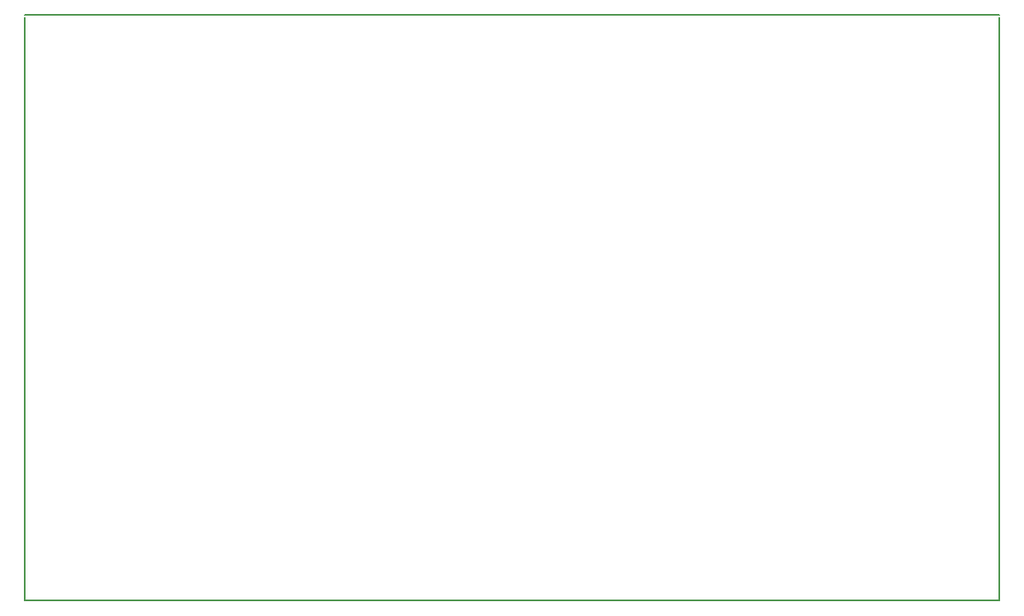
<source format=gbr>
G04 #@! TF.FileFunction,Profile,NP*
%FSLAX46Y46*%
G04 Gerber Fmt 4.6, Leading zero omitted, Abs format (unit mm)*
G04 Created by KiCad (PCBNEW (2015-12-07 BZR 6352)-product) date Sat 06 Feb 2016 04:09:47 PM EST*
%MOMM*%
G01*
G04 APERTURE LIST*
%ADD10C,0.100000*%
%ADD11C,0.150000*%
G04 APERTURE END LIST*
D10*
D11*
X-10000Y-29500D02*
X-10000Y59970500D01*
X99990000Y59970500D02*
X99990000Y-29500D01*
X99990000Y-29500D02*
X-10000Y-29500D01*
X-10000Y60170500D02*
X99990000Y60170500D01*
M02*

</source>
